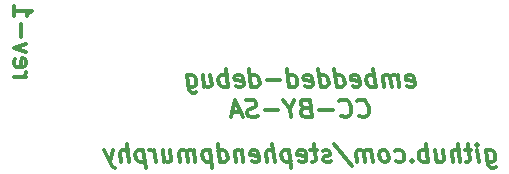
<source format=gbr>
%TF.GenerationSoftware,KiCad,Pcbnew,5.1.6-c6e7f7d~87~ubuntu18.04.1*%
%TF.CreationDate,2020-10-02T11:44:26-04:00*%
%TF.ProjectId,embedded-debug,656d6265-6464-4656-942d-64656275672e,rev?*%
%TF.SameCoordinates,Original*%
%TF.FileFunction,Legend,Bot*%
%TF.FilePolarity,Positive*%
%FSLAX46Y46*%
G04 Gerber Fmt 4.6, Leading zero omitted, Abs format (unit mm)*
G04 Created by KiCad (PCBNEW 5.1.6-c6e7f7d~87~ubuntu18.04.1) date 2020-10-02 11:44:26*
%MOMM*%
%LPD*%
G01*
G04 APERTURE LIST*
%ADD10C,0.300000*%
G04 APERTURE END LIST*
D10*
X134576428Y-78529285D02*
X135576428Y-78529285D01*
X135290714Y-78529285D02*
X135433571Y-78457857D01*
X135505000Y-78386428D01*
X135576428Y-78243571D01*
X135576428Y-78100714D01*
X134647857Y-77029285D02*
X134576428Y-77172142D01*
X134576428Y-77457857D01*
X134647857Y-77600714D01*
X134790714Y-77672142D01*
X135362142Y-77672142D01*
X135505000Y-77600714D01*
X135576428Y-77457857D01*
X135576428Y-77172142D01*
X135505000Y-77029285D01*
X135362142Y-76957857D01*
X135219285Y-76957857D01*
X135076428Y-77672142D01*
X135576428Y-76457857D02*
X134576428Y-76100714D01*
X135576428Y-75743571D01*
X135147857Y-75172142D02*
X135147857Y-74029285D01*
X134576428Y-72529285D02*
X134576428Y-73386428D01*
X134576428Y-72957857D02*
X136076428Y-72957857D01*
X135862142Y-73100714D01*
X135719285Y-73243571D01*
X135647857Y-73386428D01*
X174531071Y-84768571D02*
X174682857Y-85982857D01*
X174772142Y-86125714D01*
X174852500Y-86197142D01*
X175004285Y-86268571D01*
X175218571Y-86268571D01*
X175352500Y-86197142D01*
X174647142Y-85697142D02*
X174798928Y-85768571D01*
X175084642Y-85768571D01*
X175218571Y-85697142D01*
X175281071Y-85625714D01*
X175334642Y-85482857D01*
X175281071Y-85054285D01*
X175191785Y-84911428D01*
X175111428Y-84840000D01*
X174959642Y-84768571D01*
X174673928Y-84768571D01*
X174540000Y-84840000D01*
X173941785Y-85768571D02*
X173816785Y-84768571D01*
X173754285Y-84268571D02*
X173834642Y-84340000D01*
X173772142Y-84411428D01*
X173691785Y-84340000D01*
X173754285Y-84268571D01*
X173772142Y-84411428D01*
X173316785Y-84768571D02*
X172745357Y-84768571D01*
X173040000Y-84268571D02*
X173200714Y-85554285D01*
X173147142Y-85697142D01*
X173013214Y-85768571D01*
X172870357Y-85768571D01*
X172370357Y-85768571D02*
X172182857Y-84268571D01*
X171727500Y-85768571D02*
X171629285Y-84982857D01*
X171682857Y-84840000D01*
X171816785Y-84768571D01*
X172031071Y-84768571D01*
X172182857Y-84840000D01*
X172263214Y-84911428D01*
X170245357Y-84768571D02*
X170370357Y-85768571D01*
X170888214Y-84768571D02*
X170986428Y-85554285D01*
X170932857Y-85697142D01*
X170798928Y-85768571D01*
X170584642Y-85768571D01*
X170432857Y-85697142D01*
X170352500Y-85625714D01*
X169656071Y-85768571D02*
X169468571Y-84268571D01*
X169540000Y-84840000D02*
X169388214Y-84768571D01*
X169102500Y-84768571D01*
X168968571Y-84840000D01*
X168906071Y-84911428D01*
X168852500Y-85054285D01*
X168906071Y-85482857D01*
X168995357Y-85625714D01*
X169075714Y-85697142D01*
X169227500Y-85768571D01*
X169513214Y-85768571D01*
X169647142Y-85697142D01*
X168281071Y-85625714D02*
X168218571Y-85697142D01*
X168298928Y-85768571D01*
X168361428Y-85697142D01*
X168281071Y-85625714D01*
X168298928Y-85768571D01*
X166932857Y-85697142D02*
X167084642Y-85768571D01*
X167370357Y-85768571D01*
X167504285Y-85697142D01*
X167566785Y-85625714D01*
X167620357Y-85482857D01*
X167566785Y-85054285D01*
X167477500Y-84911428D01*
X167397142Y-84840000D01*
X167245357Y-84768571D01*
X166959642Y-84768571D01*
X166825714Y-84840000D01*
X166084642Y-85768571D02*
X166218571Y-85697142D01*
X166281071Y-85625714D01*
X166334642Y-85482857D01*
X166281071Y-85054285D01*
X166191785Y-84911428D01*
X166111428Y-84840000D01*
X165959642Y-84768571D01*
X165745357Y-84768571D01*
X165611428Y-84840000D01*
X165548928Y-84911428D01*
X165495357Y-85054285D01*
X165548928Y-85482857D01*
X165638214Y-85625714D01*
X165718571Y-85697142D01*
X165870357Y-85768571D01*
X166084642Y-85768571D01*
X164941785Y-85768571D02*
X164816785Y-84768571D01*
X164834642Y-84911428D02*
X164754285Y-84840000D01*
X164602500Y-84768571D01*
X164388214Y-84768571D01*
X164254285Y-84840000D01*
X164200714Y-84982857D01*
X164298928Y-85768571D01*
X164200714Y-84982857D02*
X164111428Y-84840000D01*
X163959642Y-84768571D01*
X163745357Y-84768571D01*
X163611428Y-84840000D01*
X163557857Y-84982857D01*
X163656071Y-85768571D01*
X161673928Y-84197142D02*
X163200714Y-86125714D01*
X161432857Y-85697142D02*
X161298928Y-85768571D01*
X161013214Y-85768571D01*
X160861428Y-85697142D01*
X160772142Y-85554285D01*
X160763214Y-85482857D01*
X160816785Y-85340000D01*
X160950714Y-85268571D01*
X161165000Y-85268571D01*
X161298928Y-85197142D01*
X161352500Y-85054285D01*
X161343571Y-84982857D01*
X161254285Y-84840000D01*
X161102500Y-84768571D01*
X160888214Y-84768571D01*
X160754285Y-84840000D01*
X160245357Y-84768571D02*
X159673928Y-84768571D01*
X159968571Y-84268571D02*
X160129285Y-85554285D01*
X160075714Y-85697142D01*
X159941785Y-85768571D01*
X159798928Y-85768571D01*
X158718571Y-85697142D02*
X158870357Y-85768571D01*
X159156071Y-85768571D01*
X159290000Y-85697142D01*
X159343571Y-85554285D01*
X159272142Y-84982857D01*
X159182857Y-84840000D01*
X159031071Y-84768571D01*
X158745357Y-84768571D01*
X158611428Y-84840000D01*
X158557857Y-84982857D01*
X158575714Y-85125714D01*
X159307857Y-85268571D01*
X157888214Y-84768571D02*
X158075714Y-86268571D01*
X157897142Y-84840000D02*
X157745357Y-84768571D01*
X157459642Y-84768571D01*
X157325714Y-84840000D01*
X157263214Y-84911428D01*
X157209642Y-85054285D01*
X157263214Y-85482857D01*
X157352500Y-85625714D01*
X157432857Y-85697142D01*
X157584642Y-85768571D01*
X157870357Y-85768571D01*
X158004285Y-85697142D01*
X156656071Y-85768571D02*
X156468571Y-84268571D01*
X156013214Y-85768571D02*
X155915000Y-84982857D01*
X155968571Y-84840000D01*
X156102500Y-84768571D01*
X156316785Y-84768571D01*
X156468571Y-84840000D01*
X156548928Y-84911428D01*
X154718571Y-85697142D02*
X154870357Y-85768571D01*
X155156071Y-85768571D01*
X155290000Y-85697142D01*
X155343571Y-85554285D01*
X155272142Y-84982857D01*
X155182857Y-84840000D01*
X155031071Y-84768571D01*
X154745357Y-84768571D01*
X154611428Y-84840000D01*
X154557857Y-84982857D01*
X154575714Y-85125714D01*
X155307857Y-85268571D01*
X153888214Y-84768571D02*
X154013214Y-85768571D01*
X153906071Y-84911428D02*
X153825714Y-84840000D01*
X153673928Y-84768571D01*
X153459642Y-84768571D01*
X153325714Y-84840000D01*
X153272142Y-84982857D01*
X153370357Y-85768571D01*
X152013214Y-85768571D02*
X151825714Y-84268571D01*
X152004285Y-85697142D02*
X152156071Y-85768571D01*
X152441785Y-85768571D01*
X152575714Y-85697142D01*
X152638214Y-85625714D01*
X152691785Y-85482857D01*
X152638214Y-85054285D01*
X152548928Y-84911428D01*
X152468571Y-84840000D01*
X152316785Y-84768571D01*
X152031071Y-84768571D01*
X151897142Y-84840000D01*
X151173928Y-84768571D02*
X151361428Y-86268571D01*
X151182857Y-84840000D02*
X151031071Y-84768571D01*
X150745357Y-84768571D01*
X150611428Y-84840000D01*
X150548928Y-84911428D01*
X150495357Y-85054285D01*
X150548928Y-85482857D01*
X150638214Y-85625714D01*
X150718571Y-85697142D01*
X150870357Y-85768571D01*
X151156071Y-85768571D01*
X151290000Y-85697142D01*
X149941785Y-85768571D02*
X149816785Y-84768571D01*
X149834642Y-84911428D02*
X149754285Y-84840000D01*
X149602500Y-84768571D01*
X149388214Y-84768571D01*
X149254285Y-84840000D01*
X149200714Y-84982857D01*
X149298928Y-85768571D01*
X149200714Y-84982857D02*
X149111428Y-84840000D01*
X148959642Y-84768571D01*
X148745357Y-84768571D01*
X148611428Y-84840000D01*
X148557857Y-84982857D01*
X148656071Y-85768571D01*
X147173928Y-84768571D02*
X147298928Y-85768571D01*
X147816785Y-84768571D02*
X147915000Y-85554285D01*
X147861428Y-85697142D01*
X147727500Y-85768571D01*
X147513214Y-85768571D01*
X147361428Y-85697142D01*
X147281071Y-85625714D01*
X146584642Y-85768571D02*
X146459642Y-84768571D01*
X146495357Y-85054285D02*
X146406071Y-84911428D01*
X146325714Y-84840000D01*
X146173928Y-84768571D01*
X146031071Y-84768571D01*
X145531071Y-84768571D02*
X145718571Y-86268571D01*
X145540000Y-84840000D02*
X145388214Y-84768571D01*
X145102500Y-84768571D01*
X144968571Y-84840000D01*
X144906071Y-84911428D01*
X144852500Y-85054285D01*
X144906071Y-85482857D01*
X144995357Y-85625714D01*
X145075714Y-85697142D01*
X145227500Y-85768571D01*
X145513214Y-85768571D01*
X145647142Y-85697142D01*
X144298928Y-85768571D02*
X144111428Y-84268571D01*
X143656071Y-85768571D02*
X143557857Y-84982857D01*
X143611428Y-84840000D01*
X143745357Y-84768571D01*
X143959642Y-84768571D01*
X144111428Y-84840000D01*
X144191785Y-84911428D01*
X142959642Y-84768571D02*
X142727500Y-85768571D01*
X142245357Y-84768571D02*
X142727500Y-85768571D01*
X142915000Y-86125714D01*
X142995357Y-86197142D01*
X143147142Y-86268571D01*
X167897142Y-79342142D02*
X168048928Y-79413571D01*
X168334642Y-79413571D01*
X168468571Y-79342142D01*
X168522142Y-79199285D01*
X168450714Y-78627857D01*
X168361428Y-78485000D01*
X168209642Y-78413571D01*
X167923928Y-78413571D01*
X167790000Y-78485000D01*
X167736428Y-78627857D01*
X167754285Y-78770714D01*
X168486428Y-78913571D01*
X167191785Y-79413571D02*
X167066785Y-78413571D01*
X167084642Y-78556428D02*
X167004285Y-78485000D01*
X166852500Y-78413571D01*
X166638214Y-78413571D01*
X166504285Y-78485000D01*
X166450714Y-78627857D01*
X166548928Y-79413571D01*
X166450714Y-78627857D02*
X166361428Y-78485000D01*
X166209642Y-78413571D01*
X165995357Y-78413571D01*
X165861428Y-78485000D01*
X165807857Y-78627857D01*
X165906071Y-79413571D01*
X165191785Y-79413571D02*
X165004285Y-77913571D01*
X165075714Y-78485000D02*
X164923928Y-78413571D01*
X164638214Y-78413571D01*
X164504285Y-78485000D01*
X164441785Y-78556428D01*
X164388214Y-78699285D01*
X164441785Y-79127857D01*
X164531071Y-79270714D01*
X164611428Y-79342142D01*
X164763214Y-79413571D01*
X165048928Y-79413571D01*
X165182857Y-79342142D01*
X163254285Y-79342142D02*
X163406071Y-79413571D01*
X163691785Y-79413571D01*
X163825714Y-79342142D01*
X163879285Y-79199285D01*
X163807857Y-78627857D01*
X163718571Y-78485000D01*
X163566785Y-78413571D01*
X163281071Y-78413571D01*
X163147142Y-78485000D01*
X163093571Y-78627857D01*
X163111428Y-78770714D01*
X163843571Y-78913571D01*
X161906071Y-79413571D02*
X161718571Y-77913571D01*
X161897142Y-79342142D02*
X162048928Y-79413571D01*
X162334642Y-79413571D01*
X162468571Y-79342142D01*
X162531071Y-79270714D01*
X162584642Y-79127857D01*
X162531071Y-78699285D01*
X162441785Y-78556428D01*
X162361428Y-78485000D01*
X162209642Y-78413571D01*
X161923928Y-78413571D01*
X161790000Y-78485000D01*
X160548928Y-79413571D02*
X160361428Y-77913571D01*
X160540000Y-79342142D02*
X160691785Y-79413571D01*
X160977500Y-79413571D01*
X161111428Y-79342142D01*
X161173928Y-79270714D01*
X161227500Y-79127857D01*
X161173928Y-78699285D01*
X161084642Y-78556428D01*
X161004285Y-78485000D01*
X160852500Y-78413571D01*
X160566785Y-78413571D01*
X160432857Y-78485000D01*
X159254285Y-79342142D02*
X159406071Y-79413571D01*
X159691785Y-79413571D01*
X159825714Y-79342142D01*
X159879285Y-79199285D01*
X159807857Y-78627857D01*
X159718571Y-78485000D01*
X159566785Y-78413571D01*
X159281071Y-78413571D01*
X159147142Y-78485000D01*
X159093571Y-78627857D01*
X159111428Y-78770714D01*
X159843571Y-78913571D01*
X157906071Y-79413571D02*
X157718571Y-77913571D01*
X157897142Y-79342142D02*
X158048928Y-79413571D01*
X158334642Y-79413571D01*
X158468571Y-79342142D01*
X158531071Y-79270714D01*
X158584642Y-79127857D01*
X158531071Y-78699285D01*
X158441785Y-78556428D01*
X158361428Y-78485000D01*
X158209642Y-78413571D01*
X157923928Y-78413571D01*
X157790000Y-78485000D01*
X157120357Y-78842142D02*
X155977500Y-78842142D01*
X154691785Y-79413571D02*
X154504285Y-77913571D01*
X154682857Y-79342142D02*
X154834642Y-79413571D01*
X155120357Y-79413571D01*
X155254285Y-79342142D01*
X155316785Y-79270714D01*
X155370357Y-79127857D01*
X155316785Y-78699285D01*
X155227500Y-78556428D01*
X155147142Y-78485000D01*
X154995357Y-78413571D01*
X154709642Y-78413571D01*
X154575714Y-78485000D01*
X153397142Y-79342142D02*
X153548928Y-79413571D01*
X153834642Y-79413571D01*
X153968571Y-79342142D01*
X154022142Y-79199285D01*
X153950714Y-78627857D01*
X153861428Y-78485000D01*
X153709642Y-78413571D01*
X153423928Y-78413571D01*
X153290000Y-78485000D01*
X153236428Y-78627857D01*
X153254285Y-78770714D01*
X153986428Y-78913571D01*
X152691785Y-79413571D02*
X152504285Y-77913571D01*
X152575714Y-78485000D02*
X152423928Y-78413571D01*
X152138214Y-78413571D01*
X152004285Y-78485000D01*
X151941785Y-78556428D01*
X151888214Y-78699285D01*
X151941785Y-79127857D01*
X152031071Y-79270714D01*
X152111428Y-79342142D01*
X152263214Y-79413571D01*
X152548928Y-79413571D01*
X152682857Y-79342142D01*
X150566785Y-78413571D02*
X150691785Y-79413571D01*
X151209642Y-78413571D02*
X151307857Y-79199285D01*
X151254285Y-79342142D01*
X151120357Y-79413571D01*
X150906071Y-79413571D01*
X150754285Y-79342142D01*
X150673928Y-79270714D01*
X149209642Y-78413571D02*
X149361428Y-79627857D01*
X149450714Y-79770714D01*
X149531071Y-79842142D01*
X149682857Y-79913571D01*
X149897142Y-79913571D01*
X150031071Y-79842142D01*
X149325714Y-79342142D02*
X149477500Y-79413571D01*
X149763214Y-79413571D01*
X149897142Y-79342142D01*
X149959642Y-79270714D01*
X150013214Y-79127857D01*
X149959642Y-78699285D01*
X149870357Y-78556428D01*
X149790000Y-78485000D01*
X149638214Y-78413571D01*
X149352500Y-78413571D01*
X149218571Y-78485000D01*
X163781071Y-81820714D02*
X163861428Y-81892142D01*
X164084642Y-81963571D01*
X164227500Y-81963571D01*
X164432857Y-81892142D01*
X164557857Y-81749285D01*
X164611428Y-81606428D01*
X164647142Y-81320714D01*
X164620357Y-81106428D01*
X164513214Y-80820714D01*
X164423928Y-80677857D01*
X164263214Y-80535000D01*
X164040000Y-80463571D01*
X163897142Y-80463571D01*
X163691785Y-80535000D01*
X163629285Y-80606428D01*
X162281071Y-81820714D02*
X162361428Y-81892142D01*
X162584642Y-81963571D01*
X162727500Y-81963571D01*
X162932857Y-81892142D01*
X163057857Y-81749285D01*
X163111428Y-81606428D01*
X163147142Y-81320714D01*
X163120357Y-81106428D01*
X163013214Y-80820714D01*
X162923928Y-80677857D01*
X162763214Y-80535000D01*
X162540000Y-80463571D01*
X162397142Y-80463571D01*
X162191785Y-80535000D01*
X162129285Y-80606428D01*
X161584642Y-81392142D02*
X160441785Y-81392142D01*
X159200714Y-81177857D02*
X158995357Y-81249285D01*
X158932857Y-81320714D01*
X158879285Y-81463571D01*
X158906071Y-81677857D01*
X158995357Y-81820714D01*
X159075714Y-81892142D01*
X159227500Y-81963571D01*
X159798928Y-81963571D01*
X159611428Y-80463571D01*
X159111428Y-80463571D01*
X158977500Y-80535000D01*
X158915000Y-80606428D01*
X158861428Y-80749285D01*
X158879285Y-80892142D01*
X158968571Y-81035000D01*
X159048928Y-81106428D01*
X159200714Y-81177857D01*
X159700714Y-81177857D01*
X157923928Y-81249285D02*
X158013214Y-81963571D01*
X158325714Y-80463571D02*
X157923928Y-81249285D01*
X157325714Y-80463571D01*
X156941785Y-81392142D02*
X155798928Y-81392142D01*
X155218571Y-81892142D02*
X155013214Y-81963571D01*
X154656071Y-81963571D01*
X154504285Y-81892142D01*
X154423928Y-81820714D01*
X154334642Y-81677857D01*
X154316785Y-81535000D01*
X154370357Y-81392142D01*
X154432857Y-81320714D01*
X154566785Y-81249285D01*
X154843571Y-81177857D01*
X154977500Y-81106428D01*
X155040000Y-81035000D01*
X155093571Y-80892142D01*
X155075714Y-80749285D01*
X154986428Y-80606428D01*
X154906071Y-80535000D01*
X154754285Y-80463571D01*
X154397142Y-80463571D01*
X154191785Y-80535000D01*
X153745357Y-81535000D02*
X153031071Y-81535000D01*
X153941785Y-81963571D02*
X153254285Y-80463571D01*
X152941785Y-81963571D01*
M02*

</source>
